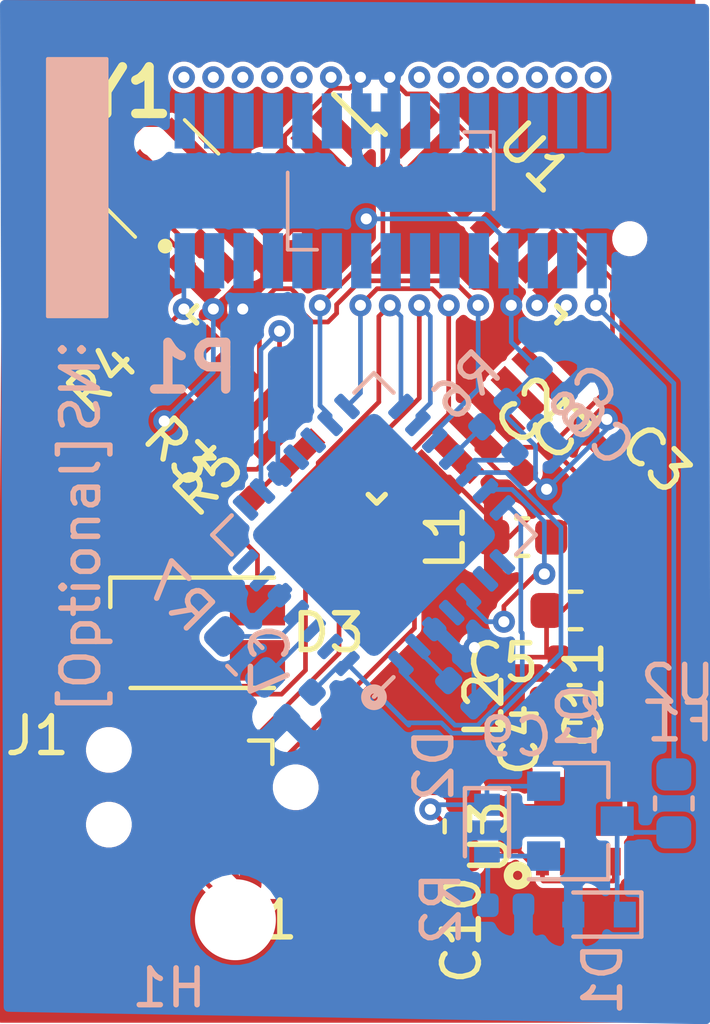
<source format=kicad_pcb>
(kicad_pcb (version 20171130) (host pcbnew "(5.1.5)-3")
  (layers (0 F.Cu signal hide) (31 B.Cu signal) (34 B.Paste user) (35 F.Paste user hide) (36 B.SilkS user) (37 F.SilkS user hide) (38 B.Mask user) (39 F.Mask user hide) (44 Edge.Cuts user))
  (net 0 "")
  (net 1 "Net-(U1-Pad7)")
  (net 2 GND)
  (net 3 /Reset)
  (net 4 /MOSI)
  (net 5 /SCK)
  (net 6 +5V)
  (net 7 /MISO)
  (net 8 "Net-(U2-Pad2)")
  (net 9 "Net-(U2-Pad6)")
  (net 10 "Net-(U2-Pad7)")
  (net 11 "Net-(U2-Pad8)")
  (net 12 "Net-(U2-Pad11)")
  (net 13 "Net-(U2-Pad12)")
  (net 14 "Net-(U2-Pad20)")
  (net 15 "Net-(U2-Pad21)")
  (net 16 "Net-(U2-Pad22)")
  (net 17 "Net-(U2-Pad23)")
  (net 18 "Net-(U2-Pad25)")
  (net 19 /CAN_CS)
  (net 20 /CAN_INT)
  (net 21 +12V)
  (net 22 /CLK_MCP)
  (net 23 /GREEN_LED)
  (net 24 /RED_LED)
  (net 25 /BLUE_LED)
  (net 26 /U-Pin8)
  (net 27 /U-Pin12)
  (net 28 /U-Pin14)
  (net 29 /U-Pin20)
  (net 30 /U-Pin22)
  (net 31 "Net-(D1-Pad1)")
  (net 32 "Net-(D2-Pad2)")
  (net 33 /U-Pin2)
  (net 34 /U-Pin4)
  (net 35 /U-Pin6)
  (net 36 /U-Pin7)
  (net 37 /U-Pin23)
  (net 38 /U-Pin1)
  (net 39 /U-Pin3)
  (net 40 +12V_Safe)
  (net 41 "Net-(C3-Pad2)")
  (net 42 "Net-(C7-Pad1)")
  (net 43 "Net-(C9-Pad2)")
  (net 44 "Net-(L2-Pad1)")
  (net 45 "Net-(R6-Pad1)")
  (net 46 "Net-(U3-Pad2)")
  (net 47 "Net-(U3-Pad6)")
  (net 48 "Net-(U1-Pad19)")
  (net 49 "Net-(U1-Pad22)")
  (net 50 "Net-(U1-Pad24)")
  (net 51 "Net-(C2-Pad1)")
  (net 52 "Net-(D3-Pad2)")
  (net 53 "Net-(D3-Pad3)")
  (net 54 "Net-(D3-Pad4)")
  (net 55 "Net-(U1-Pad29)")
  (net 56 "Net-(U1-Pad8)")
  (net 57 "Net-(P1-Pad2)")
  (net 58 "Net-(P1-Pad3)")
  (net 59 "Net-(P1-Pad4)")
  (net 60 "Net-(P1-Pad5)")
  (net 61 "Net-(P1-Pad6)")
  (net 62 "Net-(P1-Pad8)")
  (net 63 "Net-(P1-Pad9)")
  (net 64 "Net-(P1-Pad10)")
  (net 65 "Net-(P1-Pad11)")
  (net 66 "Net-(P1-Pad12)")
  (net 67 "Net-(P1-Pad13)")
  (net 68 "Net-(P1-Pad14)")
  (net 69 "Net-(P1-Pad15)")
  (net 70 "Net-(P1-Pad17)")
  (net 71 "Net-(P1-Pad19)")
  (net 72 "Net-(P1-Pad20)")
  (net 73 "Net-(P1-Pad21)")
  (net 74 "Net-(P1-Pad22)")
  (net 75 "Net-(P1-Pad23)")
  (net 76 "Net-(P1-Pad24)")
  (net 77 "Net-(P1-Pad25)")
  (net 78 "Net-(P1-Pad26)")
  (net 79 "Net-(P1-Pad27)")
  (net 80 "Net-(P1-Pad28)")
  (net 81 "Net-(P1-Pad30)")
  (module Resistor_SMD:R_0402_1005Metric (layer F.Cu) (at 71.1 87.8 180)
    (fp_text reference R1 (at 0.19 -1.11) (layer F.SilkS))
    (fp_text value "10K Ohm")
    (pad 1 smd roundrect (at -0.485 0 180) (size 0.59 0.64) (layers F.Cu F.Paste F.Mask) (net 6 +5V))
    (pad 2 smd roundrect (at 0.485 0 180) (size 0.59 0.64) (layers F.Cu F.Paste F.Mask) (net 3 /Reset))
  )
  (module Resistor_SMD:R_0402_1005Metric (layer F.Cu) (at 70.3 77.8 45)
    (fp_text reference R5 (at 0 -1.17 45) (layer F.SilkS))
    (fp_text value "190 Ohm")
    (pad 1 smd roundrect (at -0.485 0 45) (size 0.59 0.64) (layers F.Cu F.Paste F.Mask) (net 52 "Net-(D3-Pad2)"))
    (pad 2 smd roundrect (at 0.485 0 45) (size 0.59 0.64) (layers F.Cu F.Paste F.Mask) (net 25 /BLUE_LED))
  )
  (module Package_DFN_QFN:QFN-28-1EP_6x6mm_P0.65mm_EP4.8x4.8mm (layer B.Cu) (at 73.968 78.44 45)
    (fp_text reference U2 (at 2.963485 8.710848 180) (layer B.SilkS) (effects (justify mirror)))
    (fp_text value MCP25625-x-SS)
    (pad 29 smd roundrect (at 0 0 45) (size 4.8 4.8) (layers B.Cu B.Mask) (roundrect_rratio 0.052083))
    (pad 1 smd roundrect (at -2.9875 1.95 45) (size 0.775 0.3) (layers B.Cu B.Paste B.Mask) (net 42 "Net-(C7-Pad1)"))
    (pad 2 smd roundrect (at -2.9875 1.3 45) (size 0.775 0.3) (layers B.Cu B.Paste B.Mask) (net 8 "Net-(U2-Pad2)"))
    (pad 3 smd roundrect (at -2.9875 0.65 45) (size 0.775 0.3) (layers B.Cu B.Paste B.Mask) (net 38 /U-Pin1))
    (pad 4 smd roundrect (at -2.9875 0 45) (size 0.775 0.3) (layers B.Cu B.Paste B.Mask) (net 39 /U-Pin3))
    (pad 5 smd roundrect (at -2.9875 -0.65 45) (size 0.775 0.3) (layers B.Cu B.Paste B.Mask) (net 2 GND))
    (pad 6 smd roundrect (at -2.9875 -1.3 45) (size 0.775 0.3) (layers B.Cu B.Paste B.Mask) (net 9 "Net-(U2-Pad6)"))
    (pad 7 smd roundrect (at -2.9875 -1.95 45) (size 0.775 0.3) (layers B.Cu B.Paste B.Mask) (net 10 "Net-(U2-Pad7)"))
    (pad 8 smd roundrect (at -1.95 -2.9875 45) (size 0.3 0.775) (layers B.Cu B.Paste B.Mask) (net 11 "Net-(U2-Pad8)"))
    (pad 9 smd roundrect (at -1.3 -2.9875 45) (size 0.3 0.775) (layers B.Cu B.Paste B.Mask) (net 22 /CLK_MCP))
    (pad 10 smd roundrect (at -0.65 -2.9875 45) (size 0.3 0.775) (layers B.Cu B.Paste B.Mask) (net 2 GND))
    (pad 11 smd roundrect (at 0 -2.9875 45) (size 0.3 0.775) (layers B.Cu B.Paste B.Mask) (net 12 "Net-(U2-Pad11)"))
    (pad 12 smd roundrect (at 0.65 -2.9875 45) (size 0.3 0.775) (layers B.Cu B.Paste B.Mask) (net 13 "Net-(U2-Pad12)"))
    (pad 13 smd roundrect (at 1.3 -2.9875 45) (size 0.3 0.775) (layers B.Cu B.Paste B.Mask) (net 20 /CAN_INT))
    (pad 14 smd roundrect (at 1.95 -2.9875 45) (size 0.3 0.775) (layers B.Cu B.Paste B.Mask) (net 5 /SCK))
    (pad 15 smd roundrect (at 2.9875 -1.95 45) (size 0.775 0.3) (layers B.Cu B.Paste B.Mask) (net 4 /MOSI))
    (pad 16 smd roundrect (at 2.9875 -1.3 45) (size 0.775 0.3) (layers B.Cu B.Paste B.Mask) (net 7 /MISO))
    (pad 17 smd roundrect (at 2.9875 -0.65 45) (size 0.775 0.3) (layers B.Cu B.Paste B.Mask) (net 19 /CAN_CS))
    (pad 18 smd roundrect (at 2.9875 0 45) (size 0.775 0.3) (layers B.Cu B.Paste B.Mask) (net 45 "Net-(R6-Pad1)"))
    (pad 19 smd roundrect (at 2.9875 0.65 45) (size 0.775 0.3) (layers B.Cu B.Paste B.Mask) (net 42 "Net-(C7-Pad1)"))
    (pad 20 smd roundrect (at 2.9875 1.3 45) (size 0.775 0.3) (layers B.Cu B.Paste B.Mask) (net 14 "Net-(U2-Pad20)"))
    (pad 21 smd roundrect (at 2.9875 1.95 45) (size 0.775 0.3) (layers B.Cu B.Paste B.Mask) (net 15 "Net-(U2-Pad21)"))
    (pad 22 smd roundrect (at 1.95 2.9875 45) (size 0.3 0.775) (layers B.Cu B.Paste B.Mask) (net 16 "Net-(U2-Pad22)"))
    (pad 23 smd roundrect (at 1.3 2.9875 45) (size 0.3 0.775) (layers B.Cu B.Paste B.Mask) (net 17 "Net-(U2-Pad23)"))
    (pad 24 smd roundrect (at 0.65 2.9875 45) (size 0.3 0.775) (layers B.Cu B.Paste B.Mask) (net 14 "Net-(U2-Pad20)"))
    (pad 25 smd roundrect (at 0 2.9875 45) (size 0.3 0.775) (layers B.Cu B.Paste B.Mask) (net 18 "Net-(U2-Pad25)"))
    (pad 26 smd roundrect (at -0.65 2.9875 45) (size 0.3 0.775) (layers B.Cu B.Paste B.Mask) (net 2 GND))
    (pad 27 smd roundrect (at -1.3 2.9875 45) (size 0.3 0.775) (layers B.Cu B.Paste B.Mask) (net 43 "Net-(C9-Pad2)"))
    (pad 28 smd roundrect (at -1.95 2.9875 45) (size 0.3 0.775) (layers B.Cu B.Paste B.Mask) (net 15 "Net-(U2-Pad21)"))
  )
  (module Package_QFP:TQFP-32_7x7mm_P0.8mm (layer F.Cu) (at 74.043324 72.446268 315)
    (fp_text reference U1 (at 0 -6.05 135) (layer F.SilkS))
    (fp_text value ATmega328P-AU)
    (pad 1 smd rect (at -4.25 -2.8 315) (size 1.6 0.55) (layers F.Cu F.Paste F.Mask) (net 29 /U-Pin20))
    (pad 2 smd rect (at -4.25 -2 315) (size 1.6 0.55) (layers F.Cu F.Paste F.Mask) (net 30 /U-Pin22))
    (pad 3 smd rect (at -4.25 -1.2 315) (size 1.6 0.55) (layers F.Cu F.Paste F.Mask) (net 2 GND))
    (pad 4 smd rect (at -4.25 -0.4 315) (size 1.6 0.55) (layers F.Cu F.Paste F.Mask) (net 6 +5V))
    (pad 5 smd rect (at -4.25 0.4 315) (size 1.6 0.55) (layers F.Cu F.Paste F.Mask) (net 2 GND))
    (pad 6 smd rect (at -4.25 1.2 315) (size 1.6 0.55) (layers F.Cu F.Paste F.Mask) (net 6 +5V))
    (pad 7 smd rect (at -4.25 2 315) (size 1.6 0.55) (layers F.Cu F.Paste F.Mask) (net 1 "Net-(U1-Pad7)"))
    (pad 8 smd rect (at -4.25 2.8 315) (size 1.6 0.55) (layers F.Cu F.Paste F.Mask) (net 56 "Net-(U1-Pad8)"))
    (pad 9 smd rect (at -2.8 4.25 45) (size 1.6 0.55) (layers F.Cu F.Paste F.Mask) (net 23 /GREEN_LED))
    (pad 10 smd rect (at -2 4.25 45) (size 1.6 0.55) (layers F.Cu F.Paste F.Mask) (net 37 /U-Pin23))
    (pad 11 smd rect (at -1.2 4.25 45) (size 1.6 0.55) (layers F.Cu F.Paste F.Mask) (net 19 /CAN_CS))
    (pad 12 smd rect (at -0.4 4.25 45) (size 1.6 0.55) (layers F.Cu F.Paste F.Mask) (net 22 /CLK_MCP))
    (pad 13 smd rect (at 0.4 4.25 45) (size 1.6 0.55) (layers F.Cu F.Paste F.Mask) (net 24 /RED_LED))
    (pad 14 smd rect (at 1.2 4.25 45) (size 1.6 0.55) (layers F.Cu F.Paste F.Mask) (net 25 /BLUE_LED))
    (pad 15 smd rect (at 2 4.25 45) (size 1.6 0.55) (layers F.Cu F.Paste F.Mask) (net 4 /MOSI))
    (pad 16 smd rect (at 2.8 4.25 45) (size 1.6 0.55) (layers F.Cu F.Paste F.Mask) (net 7 /MISO))
    (pad 17 smd rect (at 4.25 2.8 315) (size 1.6 0.55) (layers F.Cu F.Paste F.Mask) (net 5 /SCK))
    (pad 18 smd rect (at 4.25 2 315) (size 1.6 0.55) (layers F.Cu F.Paste F.Mask) (net 6 +5V))
    (pad 19 smd rect (at 4.25 1.2 315) (size 1.6 0.55) (layers F.Cu F.Paste F.Mask) (net 48 "Net-(U1-Pad19)"))
    (pad 20 smd rect (at 4.25 0.4 315) (size 1.6 0.55) (layers F.Cu F.Paste F.Mask) (net 51 "Net-(C2-Pad1)"))
    (pad 21 smd rect (at 4.25 -0.4 315) (size 1.6 0.55) (layers F.Cu F.Paste F.Mask) (net 2 GND))
    (pad 22 smd rect (at 4.25 -1.2 315) (size 1.6 0.55) (layers F.Cu F.Paste F.Mask) (net 49 "Net-(U1-Pad22)"))
    (pad 23 smd rect (at 4.25 -2 315) (size 1.6 0.55) (layers F.Cu F.Paste F.Mask) (net 36 /U-Pin7))
    (pad 24 smd rect (at 4.25 -2.8 315) (size 1.6 0.55) (layers F.Cu F.Paste F.Mask) (net 50 "Net-(U1-Pad24)"))
    (pad 25 smd rect (at 2.8 -4.25 45) (size 1.6 0.55) (layers F.Cu F.Paste F.Mask) (net 33 /U-Pin2))
    (pad 26 smd rect (at 2 -4.25 45) (size 1.6 0.55) (layers F.Cu F.Paste F.Mask) (net 34 /U-Pin4))
    (pad 27 smd rect (at 1.2 -4.25 45) (size 1.6 0.55) (layers F.Cu F.Paste F.Mask) (net 35 /U-Pin6))
    (pad 28 smd rect (at 0.4 -4.25 45) (size 1.6 0.55) (layers F.Cu F.Paste F.Mask) (net 26 /U-Pin8))
    (pad 29 smd rect (at -0.4 -4.25 45) (size 1.6 0.55) (layers F.Cu F.Paste F.Mask) (net 55 "Net-(U1-Pad29)"))
    (pad 30 smd rect (at -1.2 -4.25 45) (size 1.6 0.55) (layers F.Cu F.Paste F.Mask) (net 27 /U-Pin12))
    (pad 31 smd rect (at -2 -4.25 45) (size 1.6 0.55) (layers F.Cu F.Paste F.Mask) (net 28 /U-Pin14))
    (pad 32 smd rect (at -2.8 -4.25 45) (size 1.6 0.55) (layers F.Cu F.Paste F.Mask) (net 20 /CAN_INT))
  )
  (module SMLP36RGB2W3R:ILWX10SBVFBE (layer B.Cu) (at 74.422 69.088 180)
    (fp_text reference P1 (at 5.422 -4.812) (layer B.SilkS) (effects (font (size 1.27 1.27) (thickness 0.254)) (justify mirror)))
    (fp_text value Conn_02x15_Odd_Even hide)
    (pad "" np_thru_hole circle (at 6.5 1.3 180) (size 0.7 0.7) (drill 0.7) (layers *.Cu *.Mask))
    (pad "" np_thru_hole circle (at -6.5 -1.3 180) (size 0.7 0.7) (drill 0.7) (layers *.Cu *.Mask))
    (pad 1 smd rect (at -5.6 -1.9 180) (size 0.55 1.5) (layers B.Cu B.Paste B.Mask) (net 21 +12V))
    (pad 2 smd rect (at -5.6 1.9 180) (size 0.55 1.5) (layers B.Cu B.Paste B.Mask) (net 57 "Net-(P1-Pad2)"))
    (pad 3 smd rect (at -4.8 -1.9 180) (size 0.55 1.5) (layers B.Cu B.Paste B.Mask) (net 58 "Net-(P1-Pad3)"))
    (pad 4 smd rect (at -4.8 1.9 180) (size 0.55 1.5) (layers B.Cu B.Paste B.Mask) (net 59 "Net-(P1-Pad4)"))
    (pad 5 smd rect (at -4 -1.9 180) (size 0.55 1.5) (layers B.Cu B.Paste B.Mask) (net 60 "Net-(P1-Pad5)"))
    (pad 6 smd rect (at -4 1.9 180) (size 0.55 1.5) (layers B.Cu B.Paste B.Mask) (net 61 "Net-(P1-Pad6)"))
    (pad 7 smd rect (at -3.2 -1.9 180) (size 0.55 1.5) (layers B.Cu B.Paste B.Mask) (net 6 +5V))
    (pad 8 smd rect (at -3.2 1.9 180) (size 0.55 1.5) (layers B.Cu B.Paste B.Mask) (net 62 "Net-(P1-Pad8)"))
    (pad 9 smd rect (at -2.4 -1.9 180) (size 0.55 1.5) (layers B.Cu B.Paste B.Mask) (net 63 "Net-(P1-Pad9)"))
    (pad 10 smd rect (at -2.4 1.9 180) (size 0.55 1.5) (layers B.Cu B.Paste B.Mask) (net 64 "Net-(P1-Pad10)"))
    (pad 11 smd rect (at -1.6 -1.9 180) (size 0.55 1.5) (layers B.Cu B.Paste B.Mask) (net 65 "Net-(P1-Pad11)"))
    (pad 12 smd rect (at -1.6 1.9 180) (size 0.55 1.5) (layers B.Cu B.Paste B.Mask) (net 66 "Net-(P1-Pad12)"))
    (pad 13 smd rect (at -0.8 -1.9 180) (size 0.55 1.5) (layers B.Cu B.Paste B.Mask) (net 67 "Net-(P1-Pad13)"))
    (pad 14 smd rect (at -0.8 1.9 180) (size 0.55 1.5) (layers B.Cu B.Paste B.Mask) (net 68 "Net-(P1-Pad14)"))
    (pad 15 smd rect (at 0 -1.9 180) (size 0.55 1.5) (layers B.Cu B.Paste B.Mask) (net 69 "Net-(P1-Pad15)"))
    (pad 16 smd rect (at 0 1.9 180) (size 0.55 1.5) (layers B.Cu B.Paste B.Mask) (net 2 GND))
    (pad 17 smd rect (at 0.8 -1.9 180) (size 0.55 1.5) (layers B.Cu B.Paste B.Mask) (net 70 "Net-(P1-Pad17)"))
    (pad 18 smd rect (at 0.8 1.9 180) (size 0.55 1.5) (layers B.Cu B.Paste B.Mask) (net 2 GND))
    (pad 19 smd rect (at 1.6 -1.9 180) (size 0.55 1.5) (layers B.Cu B.Paste B.Mask) (net 71 "Net-(P1-Pad19)"))
    (pad 20 smd rect (at 1.6 1.9 180) (size 0.55 1.5) (layers B.Cu B.Paste B.Mask) (net 72 "Net-(P1-Pad20)"))
    (pad 21 smd rect (at 2.4 -1.9 180) (size 0.55 1.5) (layers B.Cu B.Paste B.Mask) (net 73 "Net-(P1-Pad21)"))
    (pad 22 smd rect (at 2.4 1.9 180) (size 0.55 1.5) (layers B.Cu B.Paste B.Mask) (net 74 "Net-(P1-Pad22)"))
    (pad 23 smd rect (at 3.2 -1.9 180) (size 0.55 1.5) (layers B.Cu B.Paste B.Mask) (net 75 "Net-(P1-Pad23)"))
    (pad 24 smd rect (at 3.2 1.9 180) (size 0.55 1.5) (layers B.Cu B.Paste B.Mask) (net 76 "Net-(P1-Pad24)"))
    (pad 25 smd rect (at 4 -1.9 180) (size 0.55 1.5) (layers B.Cu B.Paste B.Mask) (net 77 "Net-(P1-Pad25)"))
    (pad 26 smd rect (at 4 1.9 180) (size 0.55 1.5) (layers B.Cu B.Paste B.Mask) (net 78 "Net-(P1-Pad26)"))
    (pad 27 smd rect (at 4.8 -1.9 180) (size 0.55 1.5) (layers B.Cu B.Paste B.Mask) (net 79 "Net-(P1-Pad27)"))
    (pad 28 smd rect (at 4.8 1.9 180) (size 0.55 1.5) (layers B.Cu B.Paste B.Mask) (net 80 "Net-(P1-Pad28)"))
    (pad 29 smd rect (at 5.6 -1.9 180) (size 0.55 1.5) (layers B.Cu B.Paste B.Mask) (net 3 /Reset))
    (pad 30 smd rect (at 5.6 1.9 180) (size 0.55 1.5) (layers B.Cu B.Paste B.Mask) (net 81 "Net-(P1-Pad30)"))
  )
  (module CSTNE16M0V530000R0:CSTNE16M0V530000R0 (layer F.Cu) (at 68.449049 69.051992 45)
    (fp_text reference Y1 (at 1.062741 -2.6736) (layer F.SilkS) (effects (font (size 1.27 1.27) (thickness 0.254))))
    (fp_text value 16.0Mhz hide)
    (pad 3 smd rect (at 1.2 -0.425 45) (size 0.4 1.9) (layers F.Cu F.Paste F.Mask) (net 1 "Net-(U1-Pad7)"))
    (pad 2 smd rect (at 0 -0.425 45) (size 0.4 1.9) (layers F.Cu F.Paste F.Mask) (net 2 GND))
    (pad 1 smd rect (at -1.2 -0.425 45) (size 0.4 1.9) (layers F.Cu F.Paste F.Mask) (net 56 "Net-(U1-Pad8)"))
  )
  (module Capacitor_SMD:C_0402_1005Metric (layer F.Cu) (at 80.1 76.7 225)
    (fp_text reference C1 (at -0.21373 1.496111 45) (layer F.SilkS))
    (fp_text value 0.1uF)
    (pad 1 smd roundrect (at -0.485 0 225) (size 0.59 0.64) (layers F.Cu F.Paste F.Mask) (net 6 +5V))
    (pad 2 smd roundrect (at 0.485 0 225) (size 0.59 0.64) (layers F.Cu F.Paste F.Mask) (net 2 GND))
  )
  (module Connector:Tag-Connect_TC2030-IDC-NL_2x03_P1.27mm_Vertical (layer F.Cu) (at 69.3 85.3 180)
    (fp_text reference J1 (at 4.485 1.4) (layer F.SilkS))
    (fp_text value TC2030-MCP-NL)
    (pad "" np_thru_hole circle (at 2.54 -1.016 180) (size 0.9906 0.9906) (drill 0.9906) (layers *.Cu *.Mask))
    (pad "" np_thru_hole circle (at 2.54 1.016 180) (size 0.9906 0.9906) (drill 0.9906) (layers *.Cu *.Mask))
    (pad "" np_thru_hole circle (at -2.54 0 180) (size 0.9906 0.9906) (drill 0.9906) (layers *.Cu *.Mask))
    (pad 1 connect circle (at -1.27 0.635 180) (size 0.7874 0.7874) (layers F.Cu F.Mask) (net 7 /MISO))
    (pad 2 connect circle (at -1.27 -0.635 180) (size 0.7874 0.7874) (layers F.Cu F.Mask) (net 6 +5V))
    (pad 3 connect circle (at 0 0.635 180) (size 0.7874 0.7874) (layers F.Cu F.Mask) (net 5 /SCK))
    (pad 4 connect circle (at 0 -0.635 180) (size 0.7874 0.7874) (layers F.Cu F.Mask) (net 4 /MOSI))
    (pad 5 connect circle (at 1.27 0.635 180) (size 0.7874 0.7874) (layers F.Cu F.Mask) (net 3 /Reset))
    (pad 6 connect circle (at 1.27 -0.635 180) (size 0.7874 0.7874) (layers F.Cu F.Mask) (net 2 GND))
  )
  (module Diode_SMD:D_SOD-523 (layer B.Cu) (at 80.088 88.76 180)
    (fp_text reference D1 (at -0.1016 -1.7526 90) (layer B.SilkS) (effects (justify mirror)))
    (fp_text value 15V)
    (pad 1 smd rect (at -0.7 0) (size 0.6 0.7) (layers B.Cu B.Paste B.Mask) (net 31 "Net-(D1-Pad1)"))
    (pad 2 smd rect (at 0.7 0) (size 0.6 0.7) (layers B.Cu B.Paste B.Mask) (net 2 GND))
  )
  (module Inductor_SMD:L_0603_1608Metric (layer F.Cu) (at 78 78.5)
    (fp_text reference L1 (at -2.09 0.01 -90) (layer F.SilkS))
    (fp_text value 10uH)
    (pad 2 smd roundrect (at 0.7875 0) (size 0.875 0.95) (layers F.Cu F.Paste F.Mask) (net 41 "Net-(C3-Pad2)"))
    (pad 1 smd roundrect (at -0.7875 0) (size 0.875 0.95) (layers F.Cu F.Paste F.Mask) (net 6 +5V))
  )
  (module Capacitor_SMD:C_0402_1005Metric (layer F.Cu) (at 80.657053 77.742947 225)
    (fp_text reference C3 (at -1.66 0.29 315) (layer F.SilkS))
    (fp_text value 0.1uF)
    (pad 2 smd roundrect (at 0.485 0 225) (size 0.59 0.64) (layers F.Cu F.Paste F.Mask) (net 41 "Net-(C3-Pad2)"))
    (pad 1 smd roundrect (at -0.485 0 225) (size 0.59 0.64) (layers F.Cu F.Paste F.Mask) (net 2 GND))
  )
  (module Resistor_SMD:R_0402_1005Metric (layer B.Cu) (at 77.548 88.506)
    (fp_text reference R2 (at -1.748 0.094 270) (layer B.SilkS) (effects (justify mirror)))
    (fp_text value "100K Ohm")
    (pad 2 smd roundrect (at 0.485 0) (size 0.59 0.64) (layers B.Cu B.Paste B.Mask) (net 2 GND))
    (pad 1 smd roundrect (at -0.485 0) (size 0.59 0.64) (layers B.Cu B.Paste B.Mask) (net 32 "Net-(D2-Pad2)"))
  )
  (module Package_TO_SOT_SMD:SOT-23 (layer B.Cu) (at 79.58 86.22)
    (fp_text reference Q1 (at -0.08 -2.72 270) (layer B.SilkS) (effects (justify mirror)))
    (fp_text value Q_PMOS_DGS)
    (pad 3 smd rect (at 1 0) (size 0.9 0.8) (layers B.Cu B.Paste B.Mask) (net 31 "Net-(D1-Pad1)"))
    (pad 2 smd rect (at -1 -0.95) (size 0.9 0.8) (layers B.Cu B.Paste B.Mask) (net 40 +12V_Safe))
    (pad 1 smd rect (at -1 0.95) (size 0.9 0.8) (layers B.Cu B.Paste B.Mask) (net 32 "Net-(D2-Pad2)"))
  )
  (module Fuse:Fuse_0603_1608Metric (layer B.Cu) (at 82.12 85.7375 90)
    (fp_text reference F1 (at 2.2098 0.1778 180) (layer B.SilkS) (effects (justify mirror)))
    (fp_text value 250mA)
    (pad 2 smd roundrect (at 0.7875 0 90) (size 0.875 0.95) (layers B.Cu B.Paste B.Mask) (net 21 +12V))
    (pad 1 smd roundrect (at -0.7875 0 90) (size 0.875 0.95) (layers B.Cu B.Paste B.Mask) (net 31 "Net-(D1-Pad1)"))
  )
  (module Diode_SMD:D_SOD-523 (layer B.Cu) (at 77.04 86.474 270)
    (fp_text reference D2 (at -1.774 1.44 90) (layer B.SilkS) (effects (justify mirror)))
    (fp_text value 2.4V)
    (pad 1 smd rect (at -0.7 0 90) (size 0.6 0.7) (layers B.Cu B.Paste B.Mask) (net 40 +12V_Safe))
    (pad 2 smd rect (at 0.7 0 90) (size 0.6 0.7) (layers B.Cu B.Paste B.Mask) (net 32 "Net-(D2-Pad2)"))
  )
  (module Resistor_SMD:R_0603_1608Metric (layer B.Cu) (at 70.456847 81.756847 315)
    (fp_text reference R7 (at -2.42 0.11 315) (layer B.SilkS) (effects (justify mirror)))
    (fp_text value "120 Ohm")
    (pad 1 smd roundrect (at -0.7875 0 315) (size 0.875 0.95) (layers B.Cu B.Paste B.Mask) (net 39 /U-Pin3))
    (pad 2 smd roundrect (at 0.7875 0 315) (size 0.875 0.95) (layers B.Cu B.Paste B.Mask) (net 38 /U-Pin1))
  )
  (module Capacitor_SMD:C_0402_1005Metric (layer B.Cu) (at 71.942947 83.057053 225)
    (fp_text reference C7 (at -0.296985 1.414214 270) (layer B.SilkS) (effects (justify mirror)))
    (fp_text value 0.1uF)
    (pad 1 smd roundrect (at -0.485 0 225) (size 0.59 0.64) (layers B.Cu B.Paste B.Mask) (net 42 "Net-(C7-Pad1)"))
    (pad 2 smd roundrect (at 0.485 0 225) (size 0.59 0.64) (layers B.Cu B.Paste B.Mask) (net 2 GND))
  )
  (module Capacitor_SMD:C_0402_1005Metric (layer B.Cu) (at 78.142947 75.857053 45)
    (fp_text reference C8 (at 1.880904 0.311127 45) (layer B.SilkS) (effects (justify mirror)))
    (fp_text value 0.1uF hide)
    (pad 1 smd roundrect (at -0.485 0 45) (size 0.59 0.64) (layers B.Cu B.Paste B.Mask) (net 42 "Net-(C7-Pad1)"))
    (pad 2 smd roundrect (at 0.485 0 45) (size 0.59 0.64) (layers B.Cu B.Paste B.Mask) (net 2 GND))
  )
  (module Capacitor_SMD:C_0402_1005Metric (layer B.Cu) (at 76.342947 82.742947 135)
    (fp_text reference C9 (at -1.895046 0.212132 180) (layer B.SilkS) (effects (justify mirror)))
    (fp_text value 0.1uF)
    (pad 1 smd roundrect (at -0.485 0 135) (size 0.59 0.64) (layers B.Cu B.Paste B.Mask) (net 2 GND))
    (pad 2 smd roundrect (at 0.485 0 135) (size 0.59 0.64) (layers B.Cu B.Paste B.Mask) (net 43 "Net-(C9-Pad2)"))
  )
  (module Capacitor_SMD:C_0402_1005Metric (layer B.Cu) (at 78.8 74.3 315)
    (fp_text reference C6 (at 1.866762 0.028284 315) (layer B.SilkS) (effects (justify mirror)))
    (fp_text value 0.1uF)
    (pad 1 smd roundrect (at -0.485 0 315) (size 0.59 0.64) (layers B.Cu B.Paste B.Mask) (net 6 +5V))
    (pad 2 smd roundrect (at 0.485 0 315) (size 0.59 0.64) (layers B.Cu B.Paste B.Mask) (net 2 GND))
  )
  (module Resistor_SMD:R_0402_1005Metric (layer B.Cu) (at 77.242947 75.157053 45)
    (fp_text reference R6 (at 0.007071 -1.096016 45) (layer B.SilkS) (effects (justify mirror)))
    (fp_text value "10K Ohm")
    (pad 1 smd roundrect (at -0.485 0 45) (size 0.59 0.64) (layers B.Cu B.Paste B.Mask) (net 45 "Net-(R6-Pad1)"))
    (pad 2 smd roundrect (at 0.485 0 45) (size 0.59 0.64) (layers B.Cu B.Paste B.Mask) (net 6 +5V))
  )
  (module Capacitor_SMD:C_0402_1005Metric (layer F.Cu) (at 78.4 76.4 45)
    (fp_text reference C2 (at 0.81 -1.06 225) (layer F.SilkS))
    (fp_text value 0.1uF)
    (pad 1 smd roundrect (at -0.485 0 45) (size 0.59 0.64) (layers F.Cu F.Paste F.Mask) (net 51 "Net-(C2-Pad1)"))
    (pad 2 smd roundrect (at 0.485 0 45) (size 0.59 0.64) (layers F.Cu F.Paste F.Mask) (net 2 GND))
  )
  (module Capacitor_SMD:C_0402_1005Metric (layer F.Cu) (at 77.67 86.313 90)
    (fp_text reference C4 (at 2.3114 0.254 90) (layer F.SilkS))
    (fp_text value 0.1uF)
    (pad 1 smd roundrect (at -0.485 0 90) (size 0.59 0.64) (layers F.Cu F.Paste F.Mask) (net 40 +12V_Safe))
    (pad 2 smd roundrect (at 0.485 0 90) (size 0.59 0.64) (layers F.Cu F.Paste F.Mask) (net 2 GND))
  )
  (module Capacitor_SMD:C_0402_1005Metric (layer F.Cu) (at 79.471 81.764 180)
    (fp_text reference C5 (at 2.0066 -0.1524 180) (layer F.SilkS))
    (fp_text value 0.1uF)
    (pad 2 smd roundrect (at 0.485 0 180) (size 0.59 0.64) (layers F.Cu F.Paste F.Mask) (net 2 GND))
    (pad 1 smd roundrect (at -0.485 0 180) (size 0.59 0.64) (layers F.Cu F.Paste F.Mask) (net 6 +5V))
  )
  (module MountingHole:MountingHole_2.2mm_M2 (layer B.Cu) (at 70.2 88.9)
    (fp_text reference H1 (at -1.8034 1.8542) (layer B.SilkS) (effects (justify mirror)))
    (fp_text value "M2 Mouting hole")
    (pad 1 np_thru_hole circle (at 0 0) (size 2.2 2.2) (drill 2.2) (layers *.Cu *.Mask))
  )
  (module Inductor_SMD:L_0603_1608Metric (layer F.Cu) (at 79.4225 83.034)
    (fp_text reference L2 (at -2.4638 0.0508 -270) (layer F.SilkS))
    (fp_text value "2.2 µH")
    (pad 1 smd roundrect (at -0.7875 0) (size 0.875 0.95) (layers F.Cu F.Paste F.Mask) (net 44 "Net-(L2-Pad1)"))
    (pad 2 smd roundrect (at 0.7875 0) (size 0.875 0.95) (layers F.Cu F.Paste F.Mask) (net 6 +5V))
  )
  (module NCV890430MW50TXG:SON65P300X300X100-9N (layer F.Cu) (at 79.524 85.82 90)
    (fp_text reference U3 (at -0.8382 -2.413 90) (layer F.SilkS))
    (fp_text value NCV890430MW50TXG hide)
    (pad 1 smd rect (at -1.5 -0.975 180) (size 0.35 0.75) (layers F.Cu F.Paste F.Mask) (net 40 +12V_Safe))
    (pad 2 smd rect (at -1.5 -0.325 180) (size 0.35 0.75) (layers F.Cu F.Paste F.Mask) (net 46 "Net-(U3-Pad2)"))
    (pad 3 smd rect (at -1.5 0.325 180) (size 0.35 0.75) (layers F.Cu F.Paste F.Mask) (net 2 GND))
    (pad 4 smd rect (at -1.5 0.975 180) (size 0.35 0.75) (layers F.Cu F.Paste F.Mask) (net 40 +12V_Safe))
    (pad 5 smd rect (at 1.5 0.975 180) (size 0.35 0.75) (layers F.Cu F.Paste F.Mask) (net 6 +5V))
    (pad 6 smd rect (at 1.5 0.325 180) (size 0.35 0.75) (layers F.Cu F.Paste F.Mask) (net 47 "Net-(U3-Pad6)"))
    (pad 7 smd rect (at 1.5 -0.325 180) (size 0.35 0.75) (layers F.Cu F.Paste F.Mask) (net 2 GND))
    (pad 8 smd rect (at 1.5 -0.975 180) (size 0.35 0.75) (layers F.Cu F.Paste F.Mask) (net 44 "Net-(L2-Pad1)"))
    (pad 9 smd rect (at 0 0 90) (size 1.6 2.4) (layers F.Cu F.Paste F.Mask) (net 2 GND))
  )
  (module Capacitor_SMD:C_0603_1608Metric (layer F.Cu) (at 76.4 86.3615 90)
    (fp_text reference C10 (at -2.8194 -0.0508 90) (layer F.SilkS))
    (fp_text value 10uF)
    (pad 1 smd roundrect (at -0.7875 0 90) (size 0.875 0.95) (layers F.Cu F.Paste F.Mask) (net 40 +12V_Safe))
    (pad 2 smd roundrect (at 0.7875 0 90) (size 0.875 0.95) (layers F.Cu F.Paste F.Mask) (net 2 GND))
  )
  (module Capacitor_SMD:C_0603_1608Metric (layer F.Cu) (at 79.448 80.494 180)
    (fp_text reference C11 (at -0.2285 -2.286 270) (layer F.SilkS))
    (fp_text value 10uF)
    (pad 2 smd roundrect (at 0.7875 0 180) (size 0.875 0.95) (layers F.Cu F.Paste F.Mask) (net 2 GND))
    (pad 1 smd roundrect (at -0.7875 0 180) (size 0.875 0.95) (layers F.Cu F.Paste F.Mask) (net 6 +5V))
  )
  (module LED_SMD:LED_Avago_PLCC4_3.2x2.8mm_CW (layer F.Cu) (at 69.3 81.1)
    (fp_text reference D3 (at 3.429 0 180) (layer F.SilkS))
    (fp_text value ASMB-MTB0-0A3A2)
    (pad 1 smd rect (at -1.5 -0.75) (size 1.5 1.1) (layers F.Cu F.Paste F.Mask) (net 6 +5V))
    (pad 2 smd rect (at 1.5 -0.75) (size 1.5 1.1) (layers F.Cu F.Paste F.Mask) (net 52 "Net-(D3-Pad2)"))
    (pad 3 smd rect (at 1.5 0.75) (size 1.5 1.1) (layers F.Cu F.Paste F.Mask) (net 53 "Net-(D3-Pad3)"))
    (pad 4 smd rect (at -1.5 0.75) (size 1.5 1.1) (layers F.Cu F.Paste F.Mask) (net 54 "Net-(D3-Pad4)"))
  )
  (module Resistor_SMD:R_0402_1005Metric (layer F.Cu) (at 69.5 77 45)
    (fp_text reference R3 (at 0 -1.17 -225) (layer F.SilkS))
    (fp_text value "290 ohm")
    (pad 1 smd roundrect (at -0.485 0 45) (size 0.59 0.64) (layers F.Cu F.Paste F.Mask) (net 54 "Net-(D3-Pad4)"))
    (pad 2 smd roundrect (at 0.485 0 45) (size 0.59 0.64) (layers F.Cu F.Paste F.Mask) (net 24 /RED_LED))
  )
  (module Resistor_SMD:R_0402_1005Metric (layer F.Cu) (at 67.4 75 45)
    (fp_text reference R4 (at 0 -1.17 225) (layer F.SilkS))
    (fp_text value 200ohm)
    (pad 2 smd roundrect (at 0.485 0 45) (size 0.59 0.64) (layers F.Cu F.Paste F.Mask) (net 23 /GREEN_LED))
    (pad 1 smd roundrect (at -0.485 0 45) (size 0.59 0.64) (layers F.Cu F.Paste F.Mask) (net 53 "Net-(D3-Pad3)"))
  )
  (gr_text SN: (at 65.9 74.4 270) (layer B.SilkS) (effects (font (size 1 1)) (justify mirror)))
  (gr_poly (pts (xy 66.7 72.5) (xy 65.1 72.5) (xy 65.1 65.5) (xy 66.7 65.5)) (layer B.SilkS) (width 0.1))
  (gr_text [Optional] (at 66 79.5 90) (layer B.SilkS) (effects (font (size 1 1))))
  (via (at 80 66) (size 0.6) (drill 0.3) (layers F.Cu B.Cu) (net 0))
  (via (at 79.2 66) (size 0.6) (drill 0.3) (layers F.Cu B.Cu) (net 0))
  (via (at 78.4 66) (size 0.6) (drill 0.3) (layers F.Cu B.Cu) (net 0))
  (via (at 77.6 66) (size 0.6) (drill 0.3) (layers F.Cu B.Cu) (net 0))
  (via (at 69.6 66) (size 0.6) (drill 0.3) (layers F.Cu B.Cu) (net 0))
  (via (at 68.8 66) (size 0.6) (drill 0.3) (layers F.Cu B.Cu) (net 0))
  (via (at 79.2 72.2) (size 0.6) (drill 0.3) (layers F.Cu B.Cu) (net 0))
  (via (at 78.4 72.2) (size 0.6) (drill 0.3) (layers F.Cu B.Cu) (net 0))
  (via (at 70.4 72.3) (size 0.6) (drill 0.3) (layers F.Cu B.Cu) (net 2))
  (via (at 69.6 72.3) (size 0.6) (drill 0.3) (layers F.Cu B.Cu) (net 6))
  (via (at 70.4 66) (size 0.6) (drill 0.3) (layers F.Cu B.Cu) (net 0))
  (via (at 76.8 66) (size 0.6) (drill 0.3) (layers F.Cu B.Cu) (net 0))
  (via (at 76 66) (size 0.6) (drill 0.3) (layers F.Cu B.Cu) (net 0))
  (via (at 75.2 66) (size 0.6) (drill 0.3) (layers F.Cu B.Cu) (net 0))
  (via (at 72.8 66) (size 0.6) (drill 0.3) (layers F.Cu B.Cu) (net 0))
  (via (at 72 66) (size 0.6) (drill 0.3) (layers F.Cu B.Cu) (net 0))
  (via (at 71.2 66) (size 0.6) (drill 0.3) (layers F.Cu B.Cu) (net 0))
  (segment (start 69.234998 70.855278) (end 69.623907 70.855278) (width 0.127) (layer F.Cu) (net 1))
  (segment (start 67.182946 67.7835) (end 67.182946 68.803226) (width 0.127) (layer F.Cu) (net 1))
  (segment (start 68.997057 67.902943) (end 68.997057 67.6201) (width 0.127) (layer F.Cu) (net 1))
  (segment (start 68.997057 67.6201) (end 68.662556 67.285599) (width 0.127) (layer F.Cu) (net 1))
  (segment (start 67.680847 67.285599) (end 67.182946 67.7835) (width 0.127) (layer F.Cu) (net 1))
  (segment (start 67.182946 68.803226) (end 69.234998 70.855278) (width 0.127) (layer F.Cu) (net 1))
  (segment (start 68.662556 67.285599) (end 67.680847 67.285599) (width 0.127) (layer F.Cu) (net 1))
  (via (at 74.4 66) (size 0.6) (drill 0.3) (layers F.Cu B.Cu) (net 2))
  (via (at 73.6 66) (size 0.6) (drill 0.3) (layers F.Cu B.Cu) (net 2))
  (segment (start 77.416 85.574) (end 77.67 85.828) (width 0.127) (layer F.Cu) (net 2))
  (segment (start 76.4 85.574) (end 77.416 85.574) (width 0.127) (layer F.Cu) (net 2))
  (segment (start 77.678 85.82) (end 77.67 85.828) (width 0.127) (layer F.Cu) (net 2))
  (segment (start 79.524 85.82) (end 77.678 85.82) (width 0.127) (layer F.Cu) (net 2))
  (segment (start 79.849 87.072) (end 79.849 87.32) (width 0.127) (layer F.Cu) (net 2))
  (segment (start 79.524 86.747) (end 79.849 87.072) (width 0.127) (layer F.Cu) (net 2))
  (segment (start 79.524 85.82) (end 79.524 86.747) (width 0.127) (layer F.Cu) (net 2))
  (segment (start 78.6605 81.7335) (end 78.691 81.764) (width 0.127) (layer F.Cu) (net 2))
  (segment (start 78.691 81.764) (end 78.986 81.764) (width 0.127) (layer F.Cu) (net 2))
  (segment (start 78.6605 80.494) (end 78.6605 81.7335) (width 0.127) (layer F.Cu) (net 2))
  (segment (start 79.199 83.818) (end 79.199 84.32) (width 0.127) (layer F.Cu) (net 2))
  (segment (start 79.501 82.599) (end 79.501 83.516) (width 0.127) (layer F.Cu) (net 2))
  (segment (start 79.501 83.516) (end 79.199 83.818) (width 0.127) (layer F.Cu) (net 2))
  (segment (start 78.986 82.084) (end 79.501 82.599) (width 0.127) (layer F.Cu) (net 2))
  (segment (start 78.986 81.764) (end 78.986 82.084) (width 0.127) (layer F.Cu) (net 2))
  (segment (start 79.199 85.495) (end 79.524 85.82) (width 0.127) (layer F.Cu) (net 2))
  (segment (start 79.199 84.32) (end 79.199 85.495) (width 0.127) (layer F.Cu) (net 2))
  (segment (start 77.830886 76.057053) (end 78.370915 76.057053) (width 0.127) (layer F.Cu) (net 2))
  (segment (start 78.370915 76.057053) (end 78.742947 76.057053) (width 0.127) (layer F.Cu) (net 2))
  (segment (start 77.331371 75.557538) (end 77.830886 76.057053) (width 0.127) (layer F.Cu) (net 2))
  (segment (start 77.331371 75.168629) (end 77.331371 75.557538) (width 0.127) (layer F.Cu) (net 2))
  (segment (start 78.485894 75.514106) (end 78.5 75.5) (width 0.127) (layer B.Cu) (net 2))
  (segment (start 74.4 67.166) (end 74.422 67.188) (width 0.127) (layer B.Cu) (net 2))
  (segment (start 74.4 66) (end 74.4 67.166) (width 0.127) (layer B.Cu) (net 2))
  (segment (start 73.6 67.166) (end 73.622 67.188) (width 0.127) (layer B.Cu) (net 2))
  (segment (start 73.6 66) (end 73.6 67.166) (width 0.127) (layer B.Cu) (net 2))
  (segment (start 75.406777 66.452401) (end 80.452401 71.498025) (width 0.127) (layer F.Cu) (net 2))
  (segment (start 74.4 66) (end 74.852401 66.452401) (width 0.127) (layer F.Cu) (net 2))
  (segment (start 80.452401 71.498025) (end 80.452401 74.447599) (width 0.127) (layer F.Cu) (net 2))
  (segment (start 74.852401 66.452401) (end 75.406777 66.452401) (width 0.127) (layer F.Cu) (net 2))
  (segment (start 80.352401 74.447599) (end 78.742947 76.057053) (width 0.127) (layer F.Cu) (net 2))
  (segment (start 80.452401 74.447599) (end 80.352401 74.447599) (width 0.127) (layer F.Cu) (net 2))
  (segment (start 74.422 67.188) (end 73.622 67.188) (width 0.127) (layer B.Cu) (net 2))
  (segment (start 70.319637 69.723907) (end 69.347202 68.751472) (width 0.127) (layer F.Cu) (net 2))
  (segment (start 69.347202 68.751472) (end 68.431372 68.751472) (width 0.127) (layer F.Cu) (net 2))
  (segment (start 70.755277 69.723907) (end 70.319637 69.723907) (width 0.127) (layer F.Cu) (net 2))
  (segment (start 68.431372 68.751472) (end 68.148529 68.751472) (width 0.127) (layer F.Cu) (net 2))
  (segment (start 70.755277 69.334998) (end 70.755277 69.723907) (width 0.127) (layer F.Cu) (net 2))
  (segment (start 70.408413 68.723859) (end 70.408413 68.988134) (width 0.127) (layer F.Cu) (net 2))
  (segment (start 70.886601 68.245671) (end 70.408413 68.723859) (width 0.127) (layer F.Cu) (net 2))
  (segment (start 71.150874 68.245671) (end 70.886601 68.245671) (width 0.127) (layer F.Cu) (net 2))
  (segment (start 71.497739 68.592536) (end 71.150874 68.245671) (width 0.127) (layer F.Cu) (net 2))
  (segment (start 70.408413 68.988134) (end 70.755277 69.334998) (width 0.127) (layer F.Cu) (net 2))
  (segment (start 71.886648 68.592536) (end 71.497739 68.592536) (width 0.127) (layer F.Cu) (net 2))
  (segment (start 68.03 85.935) (end 68.03 86.491775) (width 0.127) (layer F.Cu) (net 2))
  (segment (start 69.9 88.4) (end 69.938225 88.4) (width 0.127) (layer F.Cu) (net 2))
  (segment (start 68.03 86.491775) (end 69.9 88.4) (width 0.127) (layer F.Cu) (net 2))
  (segment (start 73.4 88.4) (end 69.9 88.4) (width 0.127) (layer F.Cu) (net 2))
  (segment (start 74.1 87.7) (end 73.4 88.4) (width 0.127) (layer F.Cu) (net 2))
  (segment (start 76.4 85.574) (end 75.925 85.574) (width 0.127) (layer F.Cu) (net 2))
  (segment (start 74.1 86.630446) (end 74.1 87.7) (width 0.127) (layer F.Cu) (net 2))
  (segment (start 75.925 85.574) (end 75.798599 85.447599) (width 0.127) (layer F.Cu) (net 2))
  (segment (start 75.798599 85.447599) (end 75.282847 85.447599) (width 0.127) (layer F.Cu) (net 2))
  (segment (start 75.282847 85.447599) (end 74.1 86.630446) (width 0.127) (layer F.Cu) (net 2))
  (segment (start 71.886648 68.203627) (end 71.886648 68.592536) (width 0.127) (layer F.Cu) (net 2))
  (segment (start 71.539784 67.856763) (end 71.886648 68.203627) (width 0.127) (layer F.Cu) (net 2))
  (segment (start 71.539784 67.592489) (end 71.539784 67.856763) (width 0.127) (layer F.Cu) (net 2))
  (segment (start 72.832274 66.299999) (end 71.539784 67.592489) (width 0.127) (layer F.Cu) (net 2))
  (segment (start 73.300001 66.299999) (end 72.832274 66.299999) (width 0.127) (layer F.Cu) (net 2))
  (segment (start 73.6 66) (end 73.300001 66.299999) (width 0.127) (layer F.Cu) (net 2))
  (segment (start 70.824264 72.3) (end 70.4 72.3) (width 0.127) (layer B.Cu) (net 2))
  (segment (start 71.852401 72.682847) (end 71.469554 72.3) (width 0.127) (layer B.Cu) (net 2))
  (segment (start 71.852401 73.117153) (end 71.852401 72.682847) (width 0.127) (layer B.Cu) (net 2))
  (segment (start 71.354104 73.61545) (end 71.852401 73.117153) (width 0.127) (layer B.Cu) (net 2))
  (segment (start 71.469554 72.3) (end 70.824264 72.3) (width 0.127) (layer B.Cu) (net 2))
  (segment (start 71.354104 76.533211) (end 71.354104 73.61545) (width 0.127) (layer B.Cu) (net 2))
  (segment (start 71.395899 76.575006) (end 71.354104 76.533211) (width 0.127) (layer B.Cu) (net 2))
  (segment (start 71.395899 76.787138) (end 71.395899 76.575006) (width 0.127) (layer B.Cu) (net 2))
  (via (at 76.7 81.5) (size 0.6) (drill 0.3) (layers F.Cu B.Cu) (net 2))
  (segment (start 76.320893 81.5) (end 76.7 81.5) (width 0.127) (layer B.Cu) (net 2))
  (segment (start 75.620862 81.012101) (end 75.832994 81.012101) (width 0.127) (layer B.Cu) (net 2))
  (segment (start 75.832994 81.012101) (end 76.320893 81.5) (width 0.127) (layer B.Cu) (net 2))
  (segment (start 76.964 81.764) (end 76.7 81.5) (width 0.127) (layer F.Cu) (net 2))
  (segment (start 78.986 81.764) (end 76.964 81.764) (width 0.127) (layer F.Cu) (net 2))
  (segment (start 74.4 66) (end 73.6 66) (width 0.127) (layer B.Cu) (net 2))
  (segment (start 76.685894 81.514106) (end 76.7 81.5) (width 0.127) (layer B.Cu) (net 2))
  (segment (start 76.685894 83.085894) (end 76.685894 81.514106) (width 0.127) (layer B.Cu) (net 2))
  (via (at 68.8 72.3) (size 0.6) (drill 0.3) (layers F.Cu B.Cu) (net 3))
  (segment (start 68.8 71.315342) (end 68.974671 71.140671) (width 0.127) (layer B.Cu) (net 3))
  (segment (start 68.8 72.3) (end 68.8 71.315342) (width 0.127) (layer B.Cu) (net 3))
  (segment (start 68.03 84.108225) (end 68.03 84.665) (width 0.127) (layer F.Cu) (net 3))
  (segment (start 66.07 82.148225) (end 68.03 84.108225) (width 0.127) (layer F.Cu) (net 3))
  (segment (start 68.8 72.3) (end 65.9 75.3) (width 0.127) (layer F.Cu) (net 3))
  (segment (start 68.576101 85.211101) (end 68.423699 85.058699) (width 0.127) (layer F.Cu) (net 3))
  (segment (start 68.423699 85.058699) (end 68.03 84.665) (width 0.127) (layer F.Cu) (net 3))
  (segment (start 68.576101 86.056101) (end 68.576101 85.211101) (width 0.127) (layer F.Cu) (net 3))
  (segment (start 70.32 87.8) (end 68.576101 86.056101) (width 0.127) (layer F.Cu) (net 3))
  (segment (start 70.615 87.8) (end 70.32 87.8) (width 0.127) (layer F.Cu) (net 3))
  (segment (start 66.07 75.47) (end 65.9 75.3) (width 0.127) (layer F.Cu) (net 3))
  (segment (start 66.07 82.148225) (end 66.07 75.47) (width 0.127) (layer F.Cu) (net 3))
  (via (at 74.4 72.2) (size 0.6) (drill 0.3) (layers F.Cu B.Cu) (net 4))
  (segment (start 72.452334 76.476776) (end 74.1 74.82911) (width 0.127) (layer F.Cu) (net 4))
  (segment (start 72.452334 76.865685) (end 72.452334 76.476776) (width 0.127) (layer F.Cu) (net 4))
  (segment (start 74.100001 72.499999) (end 74.4 72.2) (width 0.127) (layer F.Cu) (net 4))
  (segment (start 74.1 74.82911) (end 74.100001 72.499999) (width 0.127) (layer F.Cu) (net 4))
  (segment (start 72.452334 77.254594) (end 72.452334 76.865685) (width 0.127) (layer F.Cu) (net 4))
  (segment (start 72.105469 77.601459) (end 72.452334 77.254594) (width 0.127) (layer F.Cu) (net 4))
  (segment (start 72.105469 82.118853) (end 72.105469 77.601459) (width 0.127) (layer F.Cu) (net 4))
  (segment (start 71.456011 82.768311) (end 72.105469 82.118853) (width 0.127) (layer F.Cu) (net 4))
  (segment (start 70.388459 82.768311) (end 71.456011 82.768311) (width 0.127) (layer F.Cu) (net 4))
  (segment (start 69.037871 85.211101) (end 68.753899 84.927129) (width 0.127) (layer F.Cu) (net 4))
  (segment (start 68.753899 84.402871) (end 70.388459 82.768311) (width 0.127) (layer F.Cu) (net 4))
  (segment (start 69.411101 85.211101) (end 69.037871 85.211101) (width 0.127) (layer F.Cu) (net 4))
  (segment (start 68.753899 84.927129) (end 68.753899 84.402871) (width 0.127) (layer F.Cu) (net 4))
  (segment (start 69.693699 85.493699) (end 69.411101 85.211101) (width 0.127) (layer F.Cu) (net 4))
  (segment (start 69.693699 85.541301) (end 69.693699 85.493699) (width 0.127) (layer F.Cu) (net 4))
  (segment (start 69.3 85.935) (end 69.693699 85.541301) (width 0.127) (layer F.Cu) (net 4))
  (segment (start 74.701623 72.501623) (end 74.4 72.2) (width 0.127) (layer B.Cu) (net 4))
  (segment (start 74.701623 74.94866) (end 74.701623 72.501623) (width 0.127) (layer B.Cu) (net 4))
  (via (at 76 72.2) (size 0.6) (drill 0.3) (layers F.Cu B.Cu) (net 5))
  (via (at 73.6 72.2) (size 0.6) (drill 0.3) (layers F.Cu B.Cu) (net 5))
  (segment (start 76 72.2) (end 75.547599 71.747599) (width 0.127) (layer F.Cu) (net 5))
  (segment (start 74.721764 76.695597) (end 75.068629 77.042462) (width 0.127) (layer F.Cu) (net 5))
  (segment (start 75.068629 77.042462) (end 75.068629 77.431371) (width 0.127) (layer F.Cu) (net 5))
  (segment (start 74.721764 76.431323) (end 74.721764 76.695597) (width 0.127) (layer F.Cu) (net 5))
  (segment (start 76 75.153087) (end 74.721764 76.431323) (width 0.127) (layer F.Cu) (net 5))
  (segment (start 76 72.2) (end 76 75.153087) (width 0.127) (layer F.Cu) (net 5))
  (segment (start 74.052401 71.747599) (end 73.6 72.2) (width 0.127) (layer F.Cu) (net 5))
  (segment (start 75.547599 71.747599) (end 74.052401 71.747599) (width 0.127) (layer F.Cu) (net 5))
  (segment (start 75.068629 80.974601) (end 75.068629 77.82028) (width 0.127) (layer F.Cu) (net 5))
  (segment (start 70.832129 85.211101) (end 75.068629 80.974601) (width 0.127) (layer F.Cu) (net 5))
  (segment (start 75.068629 77.82028) (end 75.068629 77.431371) (width 0.127) (layer F.Cu) (net 5))
  (segment (start 69.846101 85.211101) (end 70.832129 85.211101) (width 0.127) (layer F.Cu) (net 5))
  (segment (start 69.3 84.665) (end 69.846101 85.211101) (width 0.127) (layer F.Cu) (net 5))
  (segment (start 73.6 74.583037) (end 73.6 72.2) (width 0.127) (layer B.Cu) (net 5))
  (segment (start 73.234377 74.94866) (end 73.6 74.583037) (width 0.127) (layer B.Cu) (net 5))
  (via (at 77.7 72.2) (size 0.6) (drill 0.3) (layers F.Cu B.Cu) (net 6))
  (segment (start 80.642947 77.042947) (end 81 77.4) (width 0.127) (layer F.Cu) (net 2))
  (segment (start 79.757053 77.042947) (end 80.642947 77.042947) (width 0.127) (layer F.Cu) (net 2))
  (segment (start 81 78.592) (end 79.098 80.494) (width 0.127) (layer F.Cu) (net 2))
  (segment (start 79.098 80.494) (end 78.6605 80.494) (width 0.127) (layer F.Cu) (net 2))
  (segment (start 81 77.4) (end 81 78.592) (width 0.127) (layer F.Cu) (net 2))
  (segment (start 78.771159 76.057053) (end 78.742947 76.057053) (width 0.127) (layer F.Cu) (net 2))
  (segment (start 79.757053 77.042947) (end 78.771159 76.057053) (width 0.127) (layer F.Cu) (net 2))
  (segment (start 80.499 83.323) (end 80.21 83.034) (width 0.127) (layer F.Cu) (net 6))
  (segment (start 80.499 84.32) (end 80.499 83.323) (width 0.127) (layer F.Cu) (net 6))
  (segment (start 80.21 82.018) (end 79.956 81.764) (width 0.127) (layer F.Cu) (net 6))
  (segment (start 80.21 83.034) (end 80.21 82.018) (width 0.127) (layer F.Cu) (net 6))
  (segment (start 79.956 80.7735) (end 80.2355 80.494) (width 0.127) (layer F.Cu) (net 6))
  (segment (start 79.956 81.764) (end 79.956 80.7735) (width 0.127) (layer F.Cu) (net 6))
  (segment (start 78.442947 73.957053) (end 77.585894 74.814106) (width 0.127) (layer B.Cu) (net 6))
  (segment (start 78.457053 73.957053) (end 78.442947 73.957053) (width 0.127) (layer B.Cu) (net 6))
  (segment (start 77.7 73.2) (end 78.457053 73.957053) (width 0.127) (layer B.Cu) (net 6))
  (segment (start 76.023223 76.865685) (end 77.2125 78.054962) (width 0.127) (layer F.Cu) (net 6))
  (segment (start 77.2125 78.054962) (end 77.2125 78.5) (width 0.127) (layer F.Cu) (net 6))
  (segment (start 75.634314 76.865685) (end 76.023223 76.865685) (width 0.127) (layer F.Cu) (net 6))
  (segment (start 77.7 73.2) (end 77.7 72.2) (width 0.127) (layer B.Cu) (net 6))
  (segment (start 77.7 71.066) (end 77.622 70.988) (width 0.127) (layer B.Cu) (net 6))
  (segment (start 77.7 72.2) (end 77.7 71.066) (width 0.127) (layer B.Cu) (net 6))
  (segment (start 72.400749 69.849098) (end 73.758098 69.849098) (width 0.127) (layer F.Cu) (net 6))
  (via (at 73.758098 69.849098) (size 0.6) (drill 0.3) (layers F.Cu B.Cu) (net 6))
  (segment (start 76.98242 69.849098) (end 77.6 70.466678) (width 0.127) (layer B.Cu) (net 6))
  (segment (start 73.758098 69.849098) (end 76.98242 69.849098) (width 0.127) (layer B.Cu) (net 6))
  (segment (start 70.578501 70.289592) (end 70.189592 70.289592) (width 0.127) (layer F.Cu) (net 6))
  (segment (start 70.925366 70.636457) (end 70.578501 70.289592) (width 0.127) (layer F.Cu) (net 6))
  (segment (start 71.585 86.95) (end 70.57 85.935) (width 0.127) (layer F.Cu) (net 6))
  (segment (start 71.585 87.8) (end 71.585 86.95) (width 0.127) (layer F.Cu) (net 6))
  (segment (start 69.899999 72.000001) (end 69.6 72.3) (width 0.127) (layer F.Cu) (net 6))
  (segment (start 71.750903 70.149097) (end 69.899999 72.000001) (width 0.127) (layer F.Cu) (net 6))
  (segment (start 73.458099 70.149097) (end 71.750903 70.149097) (width 0.127) (layer F.Cu) (net 6))
  (segment (start 73.758098 69.849098) (end 73.458099 70.149097) (width 0.127) (layer F.Cu) (net 6))
  (segment (start 70.762969 71.926347) (end 70.762969 71.962135) (width 0.127) (layer F.Cu) (net 6))
  (segment (start 69.6 72.3) (end 70.368311 71.531689) (width 0.127) (layer F.Cu) (net 6))
  (segment (start 70.368311 71.531689) (end 70.762969 71.926347) (width 0.127) (layer F.Cu) (net 6))
  (via (at 68.264228 75.34435) (size 0.6) (drill 0.3) (layers F.Cu B.Cu) (net 6))
  (segment (start 69.6 72.3) (end 69.6 74.008578) (width 0.127) (layer B.Cu) (net 6))
  (segment (start 69.6 74.008578) (end 68.264228 75.34435) (width 0.127) (layer B.Cu) (net 6))
  (via (at 78.660928 77.199281) (size 0.6) (drill 0.3) (layers F.Cu B.Cu) (net 6))
  (segment (start 78.660928 77.489072) (end 78.660928 77.199281) (width 0.127) (layer F.Cu) (net 6))
  (segment (start 77.2125 78.5) (end 77.65 78.5) (width 0.127) (layer F.Cu) (net 6))
  (segment (start 77.65 78.5) (end 78.660928 77.489072) (width 0.127) (layer F.Cu) (net 6))
  (segment (start 77.585894 75.186138) (end 77.585894 74.814106) (width 0.127) (layer B.Cu) (net 6))
  (segment (start 77.585894 75.24684) (end 77.585894 75.186138) (width 0.127) (layer B.Cu) (net 6))
  (segment (start 78.360929 76.021875) (end 77.585894 75.24684) (width 0.127) (layer B.Cu) (net 6))
  (segment (start 78.360929 76.899282) (end 78.360929 76.021875) (width 0.127) (layer B.Cu) (net 6))
  (segment (start 78.660928 77.199281) (end 78.360929 76.899282) (width 0.127) (layer B.Cu) (net 6))
  (via (at 80.3 75.3) (size 0.6) (drill 0.3) (layers F.Cu B.Cu) (net 6))
  (segment (start 80.3 75.560209) (end 80.3 75.3) (width 0.127) (layer B.Cu) (net 6))
  (segment (start 78.660928 77.199281) (end 80.3 75.560209) (width 0.127) (layer B.Cu) (net 6))
  (via (at 75.2 72.2) (size 0.6) (drill 0.3) (layers F.Cu B.Cu) (net 7))
  (segment (start 75.2 72.624264) (end 75.2 72.2) (width 0.127) (layer F.Cu) (net 7))
  (segment (start 75.2 74.722469) (end 75.2 72.624264) (width 0.127) (layer F.Cu) (net 7))
  (segment (start 73.018019 76.90445) (end 75.2 74.722469) (width 0.127) (layer F.Cu) (net 7))
  (segment (start 73.018019 77.431371) (end 73.018019 76.90445) (width 0.127) (layer F.Cu) (net 7))
  (segment (start 73.018019 77.82028) (end 73.018019 77.431371) (width 0.127) (layer F.Cu) (net 7))
  (segment (start 73.018019 81.660206) (end 73.018019 77.82028) (width 0.127) (layer F.Cu) (net 7))
  (segment (start 70.57 84.108225) (end 73.018019 81.660206) (width 0.127) (layer F.Cu) (net 7))
  (segment (start 70.57 84.665) (end 70.57 84.108225) (width 0.127) (layer F.Cu) (net 7))
  (segment (start 75.499999 74.857392) (end 75.499999 72.499999) (width 0.127) (layer B.Cu) (net 7))
  (segment (start 75.161243 75.196148) (end 75.499999 74.857392) (width 0.127) (layer B.Cu) (net 7))
  (segment (start 75.499999 72.499999) (end 75.2 72.2) (width 0.127) (layer B.Cu) (net 7))
  (segment (start 75.161243 75.40828) (end 75.161243 75.196148) (width 0.127) (layer B.Cu) (net 7))
  (via (at 77.5 80.8) (size 0.6) (drill 0.3) (layers F.Cu B.Cu) (net 14))
  (segment (start 77.035107 80.8) (end 77.5 80.8) (width 0.127) (layer B.Cu) (net 14))
  (segment (start 76.540101 80.092862) (end 76.540101 80.304994) (width 0.127) (layer B.Cu) (net 14))
  (segment (start 76.540101 80.304994) (end 77.035107 80.8) (width 0.127) (layer B.Cu) (net 14))
  (via (at 78.6 79.5) (size 0.6) (drill 0.3) (layers F.Cu B.Cu) (net 14))
  (segment (start 78.375736 79.5) (end 78.6 79.5) (width 0.127) (layer F.Cu) (net 14))
  (segment (start 77.5 80.8) (end 77.5 80.375736) (width 0.127) (layer F.Cu) (net 14))
  (segment (start 77.5 80.375736) (end 78.375736 79.5) (width 0.127) (layer F.Cu) (net 14))
  (segment (start 77.253646 77.204963) (end 77.211852 77.246757) (width 0.127) (layer B.Cu) (net 14))
  (segment (start 77.721476 77.204963) (end 77.253646 77.204963) (width 0.127) (layer B.Cu) (net 14))
  (segment (start 77.211852 77.246757) (end 76.99972 77.246757) (width 0.127) (layer B.Cu) (net 14))
  (segment (start 78.6 78.083487) (end 77.721476 77.204963) (width 0.127) (layer B.Cu) (net 14))
  (segment (start 78.6 79.5) (end 78.6 78.083487) (width 0.127) (layer B.Cu) (net 14))
  (segment (start 77.671472 77.706377) (end 77.45934 77.706377) (width 0.127) (layer B.Cu) (net 15))
  (segment (start 77.960754 81.07198) (end 77.960754 77.995659) (width 0.127) (layer B.Cu) (net 15))
  (segment (start 78 81.111226) (end 77.960754 81.07198) (width 0.127) (layer B.Cu) (net 15))
  (segment (start 74.701623 82.143472) (end 76.170229 83.612078) (width 0.127) (layer B.Cu) (net 15))
  (segment (start 74.701623 81.93134) (end 74.701623 82.143472) (width 0.127) (layer B.Cu) (net 15))
  (segment (start 77.960754 77.995659) (end 77.671472 77.706377) (width 0.127) (layer B.Cu) (net 15))
  (segment (start 76.170229 83.612078) (end 76.792444 83.612078) (width 0.127) (layer B.Cu) (net 15))
  (segment (start 78 82.404522) (end 78 81.111226) (width 0.127) (layer B.Cu) (net 15))
  (segment (start 76.792444 83.612078) (end 78 82.404522) (width 0.127) (layer B.Cu) (net 15))
  (via (at 76.8 72.2) (size 0.6) (drill 0.3) (layers F.Cu B.Cu) (net 19))
  (segment (start 70.578501 74.602944) (end 70.189592 74.602944) (width 0.127) (layer F.Cu) (net 19))
  (segment (start 70.852401 74.329044) (end 70.578501 74.602944) (width 0.127) (layer F.Cu) (net 19))
  (segment (start 70.852401 72.178045) (end 70.852401 74.329044) (width 0.127) (layer F.Cu) (net 19))
  (segment (start 71.282847 71.747599) (end 70.852401 72.178045) (width 0.127) (layer F.Cu) (net 19))
  (segment (start 71.717153 71.747599) (end 71.282847 71.747599) (width 0.127) (layer F.Cu) (net 19))
  (segment (start 71.952401 71.982847) (end 71.717153 71.747599) (width 0.127) (layer F.Cu) (net 19))
  (segment (start 71.952401 72.321955) (end 71.952401 71.982847) (width 0.127) (layer F.Cu) (net 19))
  (segment (start 72.282847 72.652401) (end 71.952401 72.321955) (width 0.127) (layer F.Cu) (net 19))
  (segment (start 72.717153 72.652401) (end 72.282847 72.652401) (width 0.127) (layer F.Cu) (net 19))
  (segment (start 72.952401 72.417153) (end 72.717153 72.652401) (width 0.127) (layer F.Cu) (net 19))
  (segment (start 72.952401 72.178045) (end 72.952401 72.417153) (width 0.127) (layer F.Cu) (net 19))
  (segment (start 73.598757 71.531689) (end 72.952401 72.178045) (width 0.127) (layer F.Cu) (net 19))
  (segment (start 76.131689 71.531689) (end 73.598757 71.531689) (width 0.127) (layer F.Cu) (net 19))
  (segment (start 76.8 72.2) (end 76.131689 71.531689) (width 0.127) (layer F.Cu) (net 19))
  (segment (start 69.85 74.811968) (end 69.85 75.184) (width 0.127) (layer F.Cu) (net 19))
  (segment (start 69.85 74.656777) (end 69.85 74.811968) (width 0.127) (layer F.Cu) (net 19))
  (segment (start 76.8 74.476629) (end 76.8 72.624264) (width 0.127) (layer B.Cu) (net 19))
  (segment (start 75.620862 75.655767) (end 76.8 74.476629) (width 0.127) (layer B.Cu) (net 19))
  (segment (start 76.8 72.624264) (end 76.8 72.2) (width 0.127) (layer B.Cu) (net 19))
  (segment (start 75.620862 75.867899) (end 75.620862 75.655767) (width 0.127) (layer B.Cu) (net 19))
  (via (at 72.5 72.2) (size 0.6) (drill 0.3) (layers F.Cu B.Cu) (net 20))
  (segment (start 72.774757 75.40828) (end 72.774757 75.196148) (width 0.127) (layer B.Cu) (net 20))
  (segment (start 72.5 74.921391) (end 72.5 72.624264) (width 0.127) (layer B.Cu) (net 20))
  (segment (start 72.5 72.624264) (end 72.5 72.2) (width 0.127) (layer B.Cu) (net 20))
  (segment (start 72.774757 75.196148) (end 72.5 74.921391) (width 0.127) (layer B.Cu) (net 20))
  (segment (start 74.210499 70.489501) (end 72.5 72.2) (width 0.127) (layer F.Cu) (net 20))
  (segment (start 75.068629 67.461165) (end 74.67972 67.461165) (width 0.127) (layer F.Cu) (net 20))
  (segment (start 74.210499 67.930386) (end 74.210499 70.489501) (width 0.127) (layer F.Cu) (net 20))
  (segment (start 74.67972 67.461165) (end 74.210499 67.930386) (width 0.127) (layer F.Cu) (net 20))
  (via (at 80 72.2) (size 0.6) (drill 0.3) (layers F.Cu B.Cu) (net 21))
  (segment (start 80 71.01) (end 80.022 70.988) (width 0.127) (layer B.Cu) (net 21))
  (segment (start 80 72.2) (end 80 71.01) (width 0.127) (layer B.Cu) (net 21))
  (segment (start 82.12 74.32) (end 80 72.2) (width 0.127) (layer B.Cu) (net 21))
  (segment (start 82.12 84.95) (end 82.12 74.32) (width 0.127) (layer B.Cu) (net 21))
  (via (at 71.4 72.9) (size 0.6) (drill 0.3) (layers F.Cu B.Cu) (net 22))
  (segment (start 70.916857 75.007049) (end 70.916857 75.168629) (width 0.127) (layer F.Cu) (net 22))
  (segment (start 71.499999 74.423907) (end 71.4 74.5) (width 0.127) (layer F.Cu) (net 22))
  (segment (start 71.4 74.5) (end 70.916857 75.007049) (width 0.127) (layer F.Cu) (net 22))
  (segment (start 70.700947 74.9372) (end 70.700947 75.485021) (width 0.127) (layer F.Cu) (net 22))
  (segment (start 70.93628 77.034625) (end 70.93628 77.246757) (width 0.127) (layer B.Cu) (net 22))
  (segment (start 70.894485 76.99283) (end 70.93628 77.034625) (width 0.127) (layer B.Cu) (net 22))
  (segment (start 70.894485 73.405515) (end 70.894485 76.99283) (width 0.127) (layer B.Cu) (net 22))
  (segment (start 71.4 72.9) (end 70.894485 73.405515) (width 0.127) (layer B.Cu) (net 22))
  (segment (start 71.4 74.323908) (end 71.4 72.9) (width 0.127) (layer F.Cu) (net 22))
  (segment (start 71.499999 74.423907) (end 71.4 74.323908) (width 0.127) (layer F.Cu) (net 22))
  (segment (start 68.928427 73.471573) (end 69.058221 73.471573) (width 0.127) (layer F.Cu) (net 23))
  (segment (start 67.742947 74.657053) (end 68.928427 73.471573) (width 0.127) (layer F.Cu) (net 23))
  (segment (start 70.214979 76.657053) (end 69.842947 76.657053) (width 0.127) (layer F.Cu) (net 24))
  (segment (start 70.787134 76.657053) (end 70.214979 76.657053) (width 0.127) (layer F.Cu) (net 24))
  (segment (start 71.320963 76.123224) (end 70.787134 76.657053) (width 0.127) (layer F.Cu) (net 24))
  (segment (start 71.320963 75.734315) (end 71.320963 76.123224) (width 0.127) (layer F.Cu) (net 24))
  (segment (start 71.8 76.3) (end 71.886648 76.3) (width 0.127) (layer F.Cu) (net 25))
  (segment (start 70.642947 77.457053) (end 71.8 76.3) (width 0.127) (layer F.Cu) (net 25))
  (segment (start 80.885 86.525) (end 80.58 86.22) (width 0.127) (layer B.Cu) (net 31))
  (segment (start 82.12 86.525) (end 80.885 86.525) (width 0.127) (layer B.Cu) (net 31))
  (segment (start 80.58 88.552) (end 80.788 88.76) (width 0.127) (layer B.Cu) (net 31))
  (segment (start 80.58 86.22) (end 80.58 88.552) (width 0.127) (layer B.Cu) (net 31))
  (segment (start 77.063 87.197) (end 77.04 87.174) (width 0.127) (layer B.Cu) (net 32))
  (segment (start 77.063 88.506) (end 77.063 87.197) (width 0.127) (layer B.Cu) (net 32))
  (segment (start 77.044 87.17) (end 77.04 87.174) (width 0.127) (layer B.Cu) (net 32))
  (segment (start 78.58 87.17) (end 77.044 87.17) (width 0.127) (layer B.Cu) (net 32))
  (segment (start 72.315138 81.01225) (end 72.315138 81.012101) (width 0.127) (layer B.Cu) (net 38))
  (segment (start 71.013694 82.313694) (end 72.315138 81.01225) (width 0.127) (layer B.Cu) (net 38))
  (segment (start 71.855518 80.764614) (end 71.855518 80.552482) (width 0.127) (layer B.Cu) (net 39))
  (segment (start 71.420132 81.2) (end 71.855518 80.764614) (width 0.127) (layer B.Cu) (net 39))
  (segment (start 69.9 81.2) (end 71.420132 81.2) (width 0.127) (layer B.Cu) (net 39))
  (segment (start 77.67 87.093) (end 77.67 86.798) (width 0.127) (layer F.Cu) (net 40))
  (segment (start 77.614 87.149) (end 77.67 87.093) (width 0.127) (layer F.Cu) (net 40))
  (segment (start 76.4 87.149) (end 77.614 87.149) (width 0.127) (layer F.Cu) (net 40))
  (segment (start 78.192 87.32) (end 77.67 86.798) (width 0.127) (layer F.Cu) (net 40))
  (segment (start 78.549 87.32) (end 78.192 87.32) (width 0.127) (layer F.Cu) (net 40))
  (segment (start 78.574401 87.847401) (end 78.549 87.822) (width 0.127) (layer F.Cu) (net 40))
  (segment (start 80.473599 87.847401) (end 78.574401 87.847401) (width 0.127) (layer F.Cu) (net 40))
  (segment (start 78.549 87.822) (end 78.549 87.32) (width 0.127) (layer F.Cu) (net 40))
  (segment (start 80.499 87.822) (end 80.473599 87.847401) (width 0.127) (layer F.Cu) (net 40))
  (segment (start 80.499 87.32) (end 80.499 87.822) (width 0.127) (layer F.Cu) (net 40))
  (segment (start 77.04 85.347) (end 77.04 85.774) (width 0.127) (layer B.Cu) (net 40))
  (segment (start 77.117 85.27) (end 77.04 85.347) (width 0.127) (layer B.Cu) (net 40))
  (segment (start 78.58 85.27) (end 77.117 85.27) (width 0.127) (layer B.Cu) (net 40))
  (via (at 75.5 85.9) (size 0.6) (drill 0.3) (layers F.Cu B.Cu) (net 40))
  (segment (start 76.4 86.8) (end 76.4 87.149) (width 0.127) (layer F.Cu) (net 40))
  (segment (start 75.5 85.9) (end 76.4 86.8) (width 0.127) (layer F.Cu) (net 40))
  (segment (start 75.626 85.774) (end 75.5 85.9) (width 0.127) (layer B.Cu) (net 40))
  (segment (start 77.04 85.774) (end 75.626 85.774) (width 0.127) (layer B.Cu) (net 40))
  (segment (start 79.201606 78.085894) (end 78.7875 78.5) (width 0.127) (layer F.Cu) (net 41))
  (segment (start 80.314106 78.085894) (end 79.201606 78.085894) (width 0.127) (layer F.Cu) (net 41))
  (segment (start 76.540101 76.575006) (end 76.540101 76.787138) (width 0.127) (layer B.Cu) (net 42))
  (segment (start 77.591404 76.408596) (end 76.706511 76.408596) (width 0.127) (layer B.Cu) (net 42))
  (segment (start 76.706511 76.408596) (end 76.540101 76.575006) (width 0.127) (layer B.Cu) (net 42))
  (segment (start 77.8 76.2) (end 77.591404 76.408596) (width 0.127) (layer B.Cu) (net 42))
  (segment (start 73.06866 81.93134) (end 73.234377 81.93134) (width 0.127) (layer B.Cu) (net 42))
  (segment (start 72.285894 82.714106) (end 73.06866 81.93134) (width 0.127) (layer B.Cu) (net 42))
  (segment (start 73.340443 82.037406) (end 73.234377 81.93134) (width 0.127) (layer B.Cu) (net 42))
  (segment (start 77.567198 76.745343) (end 79.052401 78.230546) (width 0.127) (layer B.Cu) (net 42))
  (segment (start 76.752233 76.787138) (end 76.794028 76.745343) (width 0.127) (layer B.Cu) (net 42))
  (segment (start 76.540101 76.787138) (end 76.752233 76.787138) (width 0.127) (layer B.Cu) (net 42))
  (segment (start 76.794028 76.745343) (end 77.567198 76.745343) (width 0.127) (layer B.Cu) (net 42))
  (segment (start 79.052401 81.657463) (end 79.052401 78.230546) (width 0.127) (layer B.Cu) (net 42))
  (segment (start 76.881876 83.827988) (end 79.052401 81.657463) (width 0.127) (layer B.Cu) (net 42))
  (segment (start 76.080797 83.827988) (end 76.881876 83.827988) (width 0.127) (layer B.Cu) (net 42))
  (segment (start 74.851519 83.548481) (end 75.80129 83.548481) (width 0.127) (layer B.Cu) (net 42))
  (segment (start 75.80129 83.548481) (end 76.080797 83.827988) (width 0.127) (layer B.Cu) (net 42))
  (segment (start 74.915115 83.612078) (end 74.851519 83.548481) (width 0.127) (layer B.Cu) (net 42))
  (segment (start 74.851519 83.548481) (end 73.340443 82.037406) (width 0.127) (layer B.Cu) (net 42))
  (segment (start 75.161243 81.561243) (end 75.161243 81.47172) (width 0.127) (layer B.Cu) (net 43))
  (segment (start 76 82.4) (end 75.161243 81.561243) (width 0.127) (layer B.Cu) (net 43))
  (segment (start 78.549 83.12) (end 78.635 83.034) (width 0.127) (layer F.Cu) (net 44))
  (segment (start 78.549 84.32) (end 78.549 83.12) (width 0.127) (layer F.Cu) (net 44))
  (segment (start 76.9 75.508) (end 76.080482 76.327518) (width 0.127) (layer B.Cu) (net 45))
  (segment (start 76.9 75.5) (end 76.9 75.508) (width 0.127) (layer B.Cu) (net 45))
  (segment (start 77.685021 76.742947) (end 78.057053 76.742947) (width 0.127) (layer F.Cu) (net 51))
  (segment (start 76.765685 76.123224) (end 77.385408 76.742947) (width 0.127) (layer F.Cu) (net 51))
  (segment (start 77.385408 76.742947) (end 77.685021 76.742947) (width 0.127) (layer F.Cu) (net 51))
  (segment (start 76.765685 75.734315) (end 76.765685 76.123224) (width 0.127) (layer F.Cu) (net 51))
  (segment (start 70.8 78.985894) (end 69.957053 78.142947) (width 0.127) (layer F.Cu) (net 52))
  (segment (start 70.8 80.35) (end 70.8 78.985894) (width 0.127) (layer F.Cu) (net 52))
  (segment (start 70.8 82.527) (end 70.8 81.85) (width 0.127) (layer F.Cu) (net 53))
  (segment (start 66.928079 82.552401) (end 70.774599 82.552401) (width 0.127) (layer F.Cu) (net 53))
  (segment (start 66.848457 82.472779) (end 66.928079 82.552401) (width 0.127) (layer F.Cu) (net 53))
  (segment (start 70.774599 82.552401) (end 70.8 82.527) (width 0.127) (layer F.Cu) (net 53))
  (segment (start 66.848457 75.551543) (end 66.848457 82.472779) (width 0.127) (layer F.Cu) (net 53))
  (segment (start 67.057053 75.342947) (end 66.848457 75.551543) (width 0.127) (layer F.Cu) (net 53))
  (segment (start 69.157053 81.369947) (end 68.677 81.85) (width 0.127) (layer F.Cu) (net 54))
  (segment (start 68.677 81.85) (end 67.8 81.85) (width 0.127) (layer F.Cu) (net 54))
  (segment (start 69.157053 77.342947) (end 69.157053 81.369947) (width 0.127) (layer F.Cu) (net 54))
  (segment (start 67.3 69.6) (end 67.582843 69.6) (width 0.127) (layer F.Cu) (net 56))
  (segment (start 67.582843 69.6) (end 69.058221 71.075378) (width 0.127) (layer F.Cu) (net 56))
  (segment (start 69.058221 71.075378) (end 69.058221 71.420963) (width 0.127) (layer F.Cu) (net 56))
  (zone (net 2) (net_name GND) (layer B.Cu) (connect_pads (clearance 0.127)) (min_thickness 0.254) (fill yes (arc_segments 32) (thermal_gap 0.508) (thermal_bridge_width 0.508))
    (polygon (pts (xy 83.121825 91.7422) (xy 63.9 91.4) (xy 63.8 63.9) (xy 83.078175 64.008)))
  )
  (zone (net 6) (net_name +5V) (layer F.Cu) (connect_pads (clearance 0.127)) (min_thickness 0.254) (fill yes (arc_segments 32) (thermal_gap 0.508) (thermal_bridge_width 0.508))
    (polygon (pts (xy 82.95 91.7) (xy 63.7 91.7) (xy 63.9 63.6) (xy 82.7 63.4)))
  )
)
</source>
